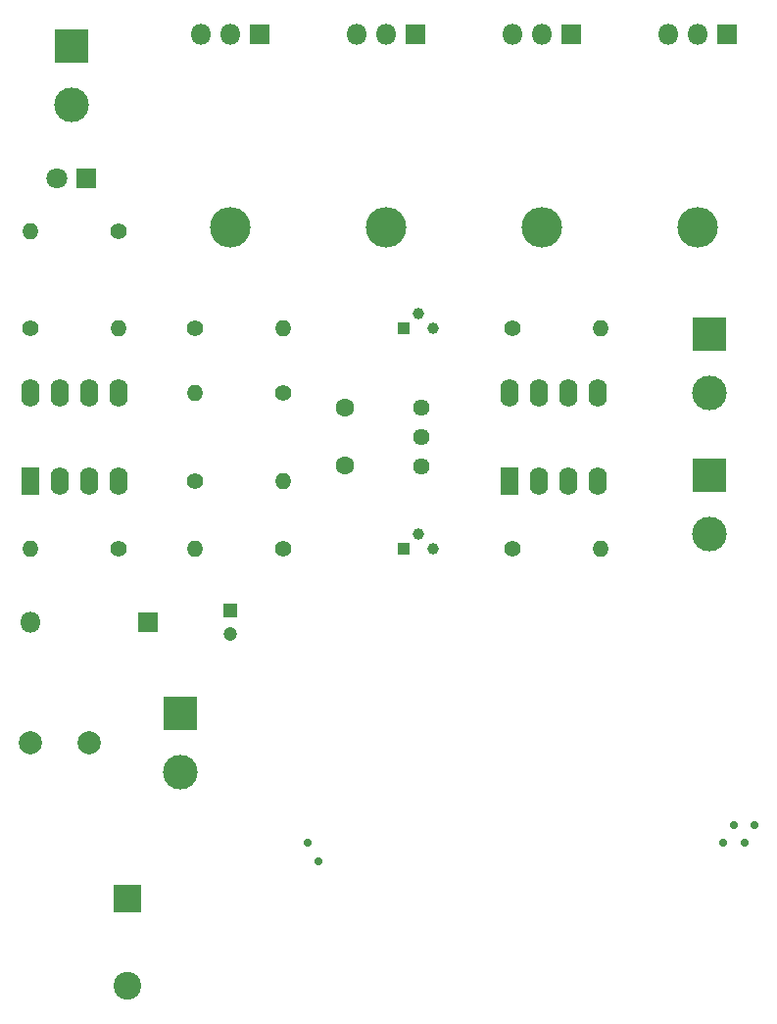
<source format=gbr>
%TF.GenerationSoftware,KiCad,Pcbnew,no-vcs-found-e2505cb~60~ubuntu14.04.1*%
%TF.CreationDate,2017-09-17T03:07:11-03:00*%
%TF.ProjectId,RFIDZapper,524649445A61707065722E6B69636164,rev?*%
%TF.SameCoordinates,Original*%
%TF.FileFunction,Soldermask,Top*%
%TF.FilePolarity,Negative*%
%FSLAX46Y46*%
G04 Gerber Fmt 4.6, Leading zero omitted, Abs format (unit mm)*
G04 Created by KiCad (PCBNEW no-vcs-found-e2505cb~60~ubuntu14.04.1) date Sun Sep 17 03:07:11 2017*
%MOMM*%
%LPD*%
G01*
G04 APERTURE LIST*
%ADD10C,1.440000*%
%ADD11C,0.700000*%
%ADD12R,3.000000X3.000000*%
%ADD13C,3.000000*%
%ADD14C,1.600000*%
%ADD15C,1.200000*%
%ADD16R,1.200000X1.200000*%
%ADD17C,2.400000*%
%ADD18R,2.400000X2.400000*%
%ADD19O,3.500000X3.500000*%
%ADD20R,1.800000X1.800000*%
%ADD21O,1.800000X1.800000*%
%ADD22C,1.800000*%
%ADD23R,1.000000X1.000000*%
%ADD24C,1.000000*%
%ADD25C,1.400000*%
%ADD26O,1.400000X1.400000*%
%ADD27C,1.998980*%
%ADD28O,1.600000X2.400000*%
%ADD29R,1.600000X2.400000*%
G04 APERTURE END LIST*
D10*
%TO.C,R2*%
X179070000Y-79756000D03*
X179070000Y-77216000D03*
X179070000Y-74676000D03*
%TD*%
D11*
%TO.C,AE1*%
X207902000Y-110718000D03*
X207002000Y-112268000D03*
X205202000Y-112268000D03*
X206102000Y-110718000D03*
X169302000Y-112268000D03*
X170202000Y-113818000D03*
%TD*%
D12*
%TO.C,BT1*%
X203962000Y-80518000D03*
D13*
X203962000Y-85598000D03*
%TD*%
D14*
%TO.C,C1*%
X172466000Y-79676000D03*
X172466000Y-74676000D03*
%TD*%
D15*
%TO.C,C2*%
X162560000Y-94202000D03*
D16*
X162560000Y-92202000D03*
%TD*%
D17*
%TO.C,C3*%
X153670000Y-124594000D03*
D18*
X153670000Y-117094000D03*
%TD*%
D19*
%TO.C,D1*%
X162560000Y-59078000D03*
D20*
X165100000Y-42418000D03*
D21*
X162560000Y-42418000D03*
X160020000Y-42418000D03*
%TD*%
D22*
%TO.C,D2*%
X147574000Y-54864000D03*
D20*
X150114000Y-54864000D03*
%TD*%
D21*
%TO.C,D3*%
X145288000Y-93218000D03*
D20*
X155448000Y-93218000D03*
%TD*%
D23*
%TO.C,Q1*%
X177546000Y-86868000D03*
D24*
X180086000Y-86868000D03*
X178816000Y-85598000D03*
%TD*%
D21*
%TO.C,Q2*%
X173482000Y-42418000D03*
X176022000Y-42418000D03*
D20*
X178562000Y-42418000D03*
D19*
X176022000Y-59078000D03*
%TD*%
D23*
%TO.C,Q3*%
X177546000Y-67818000D03*
D24*
X180086000Y-67818000D03*
X178816000Y-66548000D03*
%TD*%
D21*
%TO.C,Q4*%
X186944000Y-42418000D03*
X189484000Y-42418000D03*
D20*
X192024000Y-42418000D03*
D19*
X189484000Y-59078000D03*
%TD*%
D25*
%TO.C,R1*%
X186944000Y-67818000D03*
D26*
X194564000Y-67818000D03*
%TD*%
%TO.C,R3*%
X194564000Y-86868000D03*
D25*
X186944000Y-86868000D03*
%TD*%
D26*
%TO.C,R4*%
X159512000Y-73406000D03*
D25*
X167132000Y-73406000D03*
%TD*%
D26*
%TO.C,R5*%
X167132000Y-81026000D03*
D25*
X159512000Y-81026000D03*
%TD*%
%TO.C,R6*%
X152908000Y-59436000D03*
D26*
X145288000Y-59436000D03*
%TD*%
D25*
%TO.C,R7*%
X145288000Y-67818000D03*
D26*
X152908000Y-67818000D03*
%TD*%
D25*
%TO.C,R8*%
X167132000Y-86868000D03*
D26*
X159512000Y-86868000D03*
%TD*%
%TO.C,R9*%
X145288000Y-86868000D03*
D25*
X152908000Y-86868000D03*
%TD*%
D26*
%TO.C,R10*%
X167132000Y-67818000D03*
D25*
X159512000Y-67818000D03*
%TD*%
D12*
%TO.C,SW_SPST1*%
X203962000Y-68326000D03*
D13*
X203962000Y-73406000D03*
%TD*%
%TO.C,SW_SPST2*%
X148844000Y-48514000D03*
D12*
X148844000Y-43434000D03*
%TD*%
D13*
%TO.C,SW_SPST3*%
X158242000Y-106172000D03*
D12*
X158242000Y-101092000D03*
%TD*%
D19*
%TO.C,U2*%
X202946000Y-59078000D03*
D20*
X205486000Y-42418000D03*
D21*
X202946000Y-42418000D03*
X200406000Y-42418000D03*
%TD*%
D27*
%TO.C,L1*%
X150368000Y-103632000D03*
X145288000Y-103632000D03*
%TD*%
D28*
%TO.C,U3*%
X145288000Y-73406000D03*
X152908000Y-81026000D03*
X147828000Y-73406000D03*
X150368000Y-81026000D03*
X150368000Y-73406000D03*
X147828000Y-81026000D03*
X152908000Y-73406000D03*
D29*
X145288000Y-81026000D03*
%TD*%
D28*
%TO.C,U1*%
X186690000Y-73406000D03*
X194310000Y-81026000D03*
X189230000Y-73406000D03*
X191770000Y-81026000D03*
X191770000Y-73406000D03*
X189230000Y-81026000D03*
X194310000Y-73406000D03*
D29*
X186690000Y-81026000D03*
%TD*%
M02*

</source>
